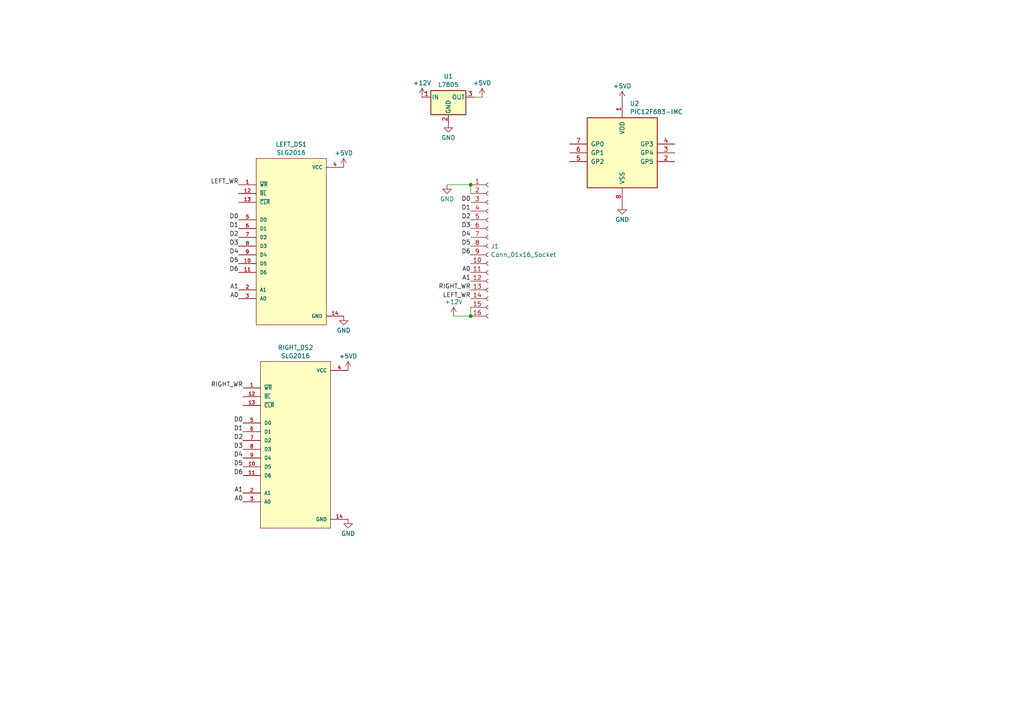
<source format=kicad_sch>
(kicad_sch (version 20230121) (generator eeschema)
  (paper "A4")
  (lib_symbols
    (symbol "Connector:Conn_01x16_Socket" (pin_names (offset 1.016) hide)
      (property "Reference" "J" (at 0 20.32 0))
      (property "Value" "Conn_01x16_Socket" (at 0 -22.86 0))
      (symbol "Conn_01x16_Socket_1_1"
        (arc (start 0 -19.812) (mid -0.5058 -20.32) (end 0 -20.828) (stroke (width 0.1524)))
        (arc (start 0 -17.272) (mid -0.5058 -17.78) (end 0 -18.288) (stroke (width 0.1524)))
        (arc (start 0 -14.732) (mid -0.5058 -15.24) (end 0 -15.748) (stroke (width 0.1524)))
        (arc (start 0 -12.192) (mid -0.5058 -12.7) (end 0 -13.208) (stroke (width 0.1524)))
        (arc (start 0 -9.652) (mid -0.5058 -10.16) (end 0 -10.668) (stroke (width 0.1524)))
        (arc (start 0 -7.112) (mid -0.5058 -7.62) (end 0 -8.128) (stroke (width 0.1524)))
        (arc (start 0 -4.572) (mid -0.5058 -5.08) (end 0 -5.588) (stroke (width 0.1524)))
        (arc (start 0 -2.032) (mid -0.5058 -2.54) (end 0 -3.048) (stroke (width 0.1524)))
        (polyline (pts (xy -1.27 -20.32) (xy -0.508 -20.32)) (stroke (width 0.1524)))
        (polyline (pts (xy -1.27 -17.78) (xy -0.508 -17.78)) (stroke (width 0.1524)))
        (polyline (pts (xy -1.27 -15.24) (xy -0.508 -15.24)) (stroke (width 0.1524)))
        (polyline (pts (xy -1.27 -12.7) (xy -0.508 -12.7)) (stroke (width 0.1524)))
        (polyline (pts (xy -1.27 -10.16) (xy -0.508 -10.16)) (stroke (width 0.1524)))
        (polyline (pts (xy -1.27 -7.62) (xy -0.508 -7.62)) (stroke (width 0.1524)))
        (polyline (pts (xy -1.27 -5.08) (xy -0.508 -5.08)) (stroke (width 0.1524)))
        (polyline (pts (xy -1.27 -2.54) (xy -0.508 -2.54)) (stroke (width 0.1524)))
        (polyline (pts (xy -1.27 0) (xy -0.508 0)) (stroke (width 0.1524)))
        (polyline (pts (xy -1.27 2.54) (xy -0.508 2.54)) (stroke (width 0.1524)))
        (polyline (pts (xy -1.27 5.08) (xy -0.508 5.08)) (stroke (width 0.1524)))
        (polyline (pts (xy -1.27 7.62) (xy -0.508 7.62)) (stroke (width 0.1524)))
        (polyline (pts (xy -1.27 10.16) (xy -0.508 10.16)) (stroke (width 0.1524)))
        (polyline (pts (xy -1.27 12.7) (xy -0.508 12.7)) (stroke (width 0.1524)))
        (polyline (pts (xy -1.27 15.24) (xy -0.508 15.24)) (stroke (width 0.1524)))
        (polyline (pts (xy -1.27 17.78) (xy -0.508 17.78)) (stroke (width 0.1524)))
        (arc (start 0 0.508) (mid -0.5058 0) (end 0 -0.508) (stroke (width 0.1524)))
        (arc (start 0 3.048) (mid -0.5058 2.54) (end 0 2.032) (stroke (width 0.1524)))
        (arc (start 0 5.588) (mid -0.5058 5.08) (end 0 4.572) (stroke (width 0.1524)))
        (arc (start 0 8.128) (mid -0.5058 7.62) (end 0 7.112) (stroke (width 0.1524)))
        (arc (start 0 10.668) (mid -0.5058 10.16) (end 0 9.652) (stroke (width 0.1524)))
        (arc (start 0 13.208) (mid -0.5058 12.7) (end 0 12.192) (stroke (width 0.1524)))
        (arc (start 0 15.748) (mid -0.5058 15.24) (end 0 14.732) (stroke (width 0.1524)))
        (arc (start 0 18.288) (mid -0.5058 17.78) (end 0 17.272) (stroke (width 0.1524)))
        (pin passive line (at -5.08 17.78 0) (length 3.81) (name "Pin_1") (number "1"))
        (pin passive line (at -5.08 -5.08 0) (length 3.81) (name "Pin_10") (number "10"))
        (pin passive line (at -5.08 -7.62 0) (length 3.81) (name "Pin_11") (number "11"))
        (pin passive line (at -5.08 -10.16 0) (length 3.81) (name "Pin_12") (number "12"))
        (pin passive line (at -5.08 -12.7 0) (length 3.81) (name "Pin_13") (number "13"))
        (pin passive line (at -5.08 -15.24 0) (length 3.81) (name "Pin_14") (number "14"))
        (pin passive line (at -5.08 -17.78 0) (length 3.81) (name "Pin_15") (number "15"))
        (pin passive line (at -5.08 -20.32 0) (length 3.81) (name "Pin_16") (number "16"))
        (pin passive line (at -5.08 15.24 0) (length 3.81) (name "Pin_2") (number "2"))
        (pin passive line (at -5.08 12.7 0) (length 3.81) (name "Pin_3") (number "3"))
        (pin passive line (at -5.08 10.16 0) (length 3.81) (name "Pin_4") (number "4"))
        (pin passive line (at -5.08 7.62 0) (length 3.81) (name "Pin_5") (number "5"))
        (pin passive line (at -5.08 5.08 0) (length 3.81) (name "Pin_6") (number "6"))
        (pin passive line (at -5.08 2.54 0) (length 3.81) (name "Pin_7") (number "7"))
        (pin passive line (at -5.08 0 0) (length 3.81) (name "Pin_8") (number "8"))
        (pin passive line (at -5.08 -2.54 0) (length 3.81) (name "Pin_9") (number "9"))
      )
    )
    (symbol "MCU_Microchip_PIC12:PIC12F683-IMC" (pin_names (offset 1.016))
      (property "Reference" "U" (at 1.27 13.97 0))
      (property "Value" "PIC12F683-IMC" (at 1.27 11.43 0))
      (symbol "PIC12F683-IMC_0_1"
        (rectangle (start 10.16 -10.16) (end -10.16 10.16) (stroke (width 0.254)) (fill (type background)))
      )
      (symbol "PIC12F683-IMC_1_1"
        (pin power_in line (at 0 15.24 270) (length 5.08) (name "VDD") (number "1"))
        (pin bidirectional line (at 15.24 -2.54 180) (length 5.08) (name "GP5") (number "2"))
        (pin bidirectional line (at 15.24 0 180) (length 5.08) (name "GP4") (number "3"))
        (pin input line (at 15.24 2.54 180) (length 5.08) (name "GP3") (number "4"))
        (pin bidirectional line (at -15.24 -2.54 0) (length 5.08) (name "GP2") (number "5"))
        (pin bidirectional line (at -15.24 0 0) (length 5.08) (name "GP1") (number "6"))
        (pin bidirectional line (at -15.24 2.54 0) (length 5.08) (name "GP0") (number "7"))
        (pin power_in line (at 0 -15.24 90) (length 5.08) (name "VSS") (number "8"))
      )
    )
    (symbol "Regulator_Linear:L7805" (pin_names (offset 0.254))
      (property "Reference" "U" (at -3.81 3.175 0))
      (property "Value" "L7805" (at 0 3.175 0))
      (symbol "L7805_0_1"
        (rectangle (start -5.08 1.905) (end 5.08 -5.08) (stroke (width 0.254)) (fill (type background)))
      )
      (symbol "L7805_1_1"
        (pin power_in line (at -7.62 0 0) (length 2.54) (name "IN") (number "1"))
        (pin power_in line (at 0 -7.62 90) (length 2.54) (name "GND") (number "2"))
        (pin power_out line (at 7.62 0 180) (length 2.54) (name "OUT") (number "3"))
      )
    )
    (symbol "SLG2016:SLG2016" (pin_names (offset 1.016))
      (property "Reference" "DS" (at -10.16 27.94 0))
      (property "Value" "SLG2016" (at -10.16 -27.94 0))
      (symbol "SLG2016_0_0"
        (rectangle (start -10.16 -22.86) (end 10.16 25.4) (stroke (width 0.1524)) (fill (type background)))
        (pin input line (at -15.24 17.78 0) (length 5.08) (name "~{WR}") (number "1"))
        (pin input line (at -15.24 -5.08 0) (length 5.08) (name "D5") (number "10"))
        (pin input line (at -15.24 -7.62 0) (length 5.08) (name "D6") (number "11"))
        (pin input line (at -15.24 15.24 0) (length 5.08) (name "~{BL}") (number "12"))
        (pin input line (at -15.24 12.7 0) (length 5.08) (name "~{CLR}") (number "13"))
        (pin power_in line (at 15.24 -20.32 180) (length 5.08) (name "GND") (number "14"))
        (pin input line (at -15.24 -12.7 0) (length 5.08) (name "A1") (number "2"))
        (pin input line (at -15.24 -15.24 0) (length 5.08) (name "A0") (number "3"))
        (pin power_in line (at 15.24 22.86 180) (length 5.08) (name "VCC") (number "4"))
        (pin input line (at -15.24 7.62 0) (length 5.08) (name "D0") (number "5"))
        (pin input line (at -15.24 5.08 0) (length 5.08) (name "D1") (number "6"))
        (pin input line (at -15.24 2.54 0) (length 5.08) (name "D2") (number "7"))
        (pin input line (at -15.24 0 0) (length 5.08) (name "D3") (number "8"))
        (pin input line (at -15.24 -2.54 0) (length 5.08) (name "D4") (number "9"))
      )
    )
    (symbol "power:+12V" (power) (pin_names (offset 0))
      (property "Value" "+12V" (at 0 3.556 0))
      (symbol "+12V_0_1"
        (polyline (pts (xy -0.762 1.27) (xy 0 2.54)))
        (polyline (pts (xy 0 0) (xy 0 2.54)))
        (polyline (pts (xy 0 2.54) (xy 0.762 1.27)))
      )
      (symbol "+12V_1_1"
        (pin power_in line (at 0 0 90) (length 0) hide (name "+12V") (number "1"))
      )
    )
    (symbol "power:+5VD" (power) (pin_names (offset 0))
      (property "Value" "+5VD" (at 0 3.556 0))
      (symbol "+5VD_0_1"
        (polyline (pts (xy -0.762 1.27) (xy 0 2.54)))
        (polyline (pts (xy 0 0) (xy 0 2.54)))
        (polyline (pts (xy 0 2.54) (xy 0.762 1.27)))
      )
      (symbol "+5VD_1_1"
        (pin power_in line (at 0 0 90) (length 0) hide (name "+5VD") (number "1"))
      )
    )
    (symbol "power:GND" (power) (pin_names (offset 0))
      (property "Value" "GND" (at 0 -3.81 0))
      (symbol "GND_0_1"
        (polyline (pts (xy 0 0) (xy 0 -1.27) (xy 1.27 -1.27) (xy 0 -2.54) (xy -1.27 -1.27) (xy 0 -1.27)))
      )
      (symbol "GND_1_1"
        (pin power_in line (at 0 0 270) (length 0) hide (name "GND") (number "1"))
      )
    )
  )
  (junction (at 136.525 91.694))
  (junction (at 136.525 53.594))
  (wire (pts (xy 136.525 53.594) (xy 136.525 56.134)))
  (wire (pts (xy 137.668 28.194) (xy 139.827 28.194)))
  (wire (pts (xy 136.525 89.154) (xy 136.525 91.694)))
  (wire (pts (xy 129.667 53.594) (xy 136.525 53.594)))
  (wire (pts (xy 131.572 91.694) (xy 136.525 91.694)))
  (label "LEFT_WR" (at 136.525 86.614 180))
  (label "A0" (at 70.485 145.542 180))
  (label "D2" (at 136.525 63.754 180))
  (label "D0" (at 69.215 63.754 180))
  (label "A1" (at 136.525 81.534 180))
  (label "D6" (at 69.215 78.994 180))
  (label "A1" (at 70.485 143.002 180))
  (label "RIGHT_WR" (at 70.485 112.522 180))
  (label "D3" (at 70.485 130.302 180))
  (label "D1" (at 69.215 66.294 180))
  (label "RIGHT_WR" (at 136.525 84.074 180))
  (label "D2" (at 70.485 127.762 180))
  (label "D1" (at 70.485 125.222 180))
  (label "D4" (at 136.525 68.834 180))
  (label "D0" (at 70.485 122.682 180))
  (label "D3" (at 136.525 66.294 180))
  (label "D2" (at 69.215 68.834 180))
  (label "D6" (at 136.525 73.914 180))
  (label "D1" (at 136.525 61.214 180))
  (label "D5" (at 70.485 135.382 180))
  (label "A1" (at 69.215 84.074 180))
  (label "A0" (at 69.215 86.614 180))
  (label "A0" (at 136.525 78.994 180))
  (label "D6" (at 70.485 137.922 180))
  (label "D4" (at 69.215 73.914 180))
  (label "LEFT_WR" (at 69.215 53.594 180))
  (label "D5" (at 69.215 76.454 180))
  (label "D3" (at 69.215 71.374 180))
  (label "D4" (at 70.485 132.842 180))
  (label "D0" (at 136.525 58.674 180))
  (label "D5" (at 136.525 71.374 180))
  (symbol (lib_id "Connector:Conn_01x16_Socket") (at 141.605 71.374 0) (unit 1)
    (property "Reference" "J1" (at 142.3162 71.4319 0) (effects (justify left)))
    (property "Value" "Conn_01x16_Socket" (at 142.3162 73.8561 0) (effects (justify left)))
  )
  (symbol (lib_id "SLG2016:SLG2016") (at 84.455 71.374 0) (unit 1)
    (property "Reference" "LEFT_DS1" (at 84.455 41.8805 0))
    (property "Value" "SLG2016" (at 84.455 44.3047 0))
    (property "Footprint" "SLG2016:LED_SLG2016" (effects hide))
    (property "Datasheet" "https://docs.rs-online.com/5f90/0900766b80028851.pdf" (effects hide))
    (property "MF" "OSRAM Opto" (effects hide))
    (property "MAXIMUM_PACKAGE_HEIGHT" "5.08mm" (effects hide))
    (property "Package" "None" (effects hide))
    (property "Price" "None" (effects hide))
    (property "Check_prices" "https://www.snapeda.com/parts/SLG2016/OSRAM+Opto+Semiconductors+Inc./view-part/?ref=eda" (effects hide))
    (property "STANDARD" "IPC-7351B" (effects hide))
    (property "SnapEDA_Link" "https://www.snapeda.com/parts/SLG2016/OSRAM+Opto+Semiconductors+Inc./view-part/?ref=snap" (effects hide))
    (property "MP" "SLG2016" (effects hide))
    (property "Description" "\nDot Matrix Display Module 5 x 7 - Green - 7-Bit ASCII 0.78 L x 0.40 W x 0.20 H (19.70mm x 10.20mm x 5.10mm)\n" (effects hide))
    (property "Availability" "In Stock" (effects hide))
    (property "MANUFACTURER" "Osram" (effects hide))
  )
  (symbol (lib_id "power:+5VD") (at 100.965 107.442 0) (unit 1)
    (property "Reference" "#PWR03" (effects hide))
    (property "Value" "+5VD" (at 100.965 103.3089 0))
  )
  (symbol (lib_id "power:+5VD") (at 180.467 29.083 0) (unit 1)
    (property "Reference" "#PWR010" (effects hide))
    (property "Value" "+5VD" (at 180.467 24.9499 0))
  )
  (symbol (lib_id "power:GND") (at 130.048 35.814 0) (unit 1)
    (property "Reference" "#PWR04" (effects hide))
    (property "Value" "GND" (at 130.048 39.9471 0))
  )
  (symbol (lib_id "MCU_Microchip_PIC12:PIC12F683-IMC") (at 180.467 44.323 0) (unit 1)
    (property "Reference" "U2" (at 182.6611 30.0187 0) (effects (justify left)))
    (property "Value" "PIC12F683-IMC" (at 182.6611 32.4429 0) (effects (justify left)))
    (property "Footprint" "Package_DIP:DIP-8_W7.62mm" (effects hide))
    (property "Datasheet" "http://ww1.microchip.com/downloads/en/DeviceDoc/41211D_.pdf" (effects hide))
  )
  (symbol (lib_id "Regulator_Linear:L7805") (at 130.048 28.194 0) (unit 1)
    (property "Reference" "U1" (at 130.048 22.1447 0))
    (property "Value" "L7805" (at 130.048 24.5689 0))
    (property "Datasheet" "http://www.st.com/content/ccc/resource/technical/document/datasheet/41/4f/b3/b0/12/d4/47/88/CD00000444.pdf/files/CD00000444.pdf/jcr:content/translations/en.CD00000444.pdf" (effects hide))
  )
  (symbol (lib_id "power:GND") (at 99.695 91.694 0) (unit 1)
    (property "Reference" "#PWR06" (effects hide))
    (property "Value" "GND" (at 99.695 95.8271 0))
  )
  (symbol (lib_id "power:GND") (at 100.965 150.622 0) (unit 1)
    (property "Reference" "#PWR07" (effects hide))
    (property "Value" "GND" (at 100.965 154.7551 0))
  )
  (symbol (lib_id "power:GND") (at 129.667 53.594 0) (unit 1)
    (property "Reference" "#PWR05" (effects hide))
    (property "Value" "GND" (at 129.667 57.7271 0))
  )
  (symbol (lib_id "power:+12V") (at 131.572 91.694 0) (unit 1)
    (property "Reference" "#PWR09" (effects hide))
    (property "Value" "+12V" (at 131.572 87.5609 0))
  )
  (symbol (lib_id "power:+12V") (at 122.428 28.194 0) (unit 1)
    (property "Reference" "#PWR08" (effects hide))
    (property "Value" "+12V" (at 122.428 24.0609 0))
  )
  (symbol (lib_id "SLG2016:SLG2016") (at 85.725 130.302 0) (unit 1)
    (property "Reference" "RIGHT_DS2" (at 85.725 100.8085 0))
    (property "Value" "SLG2016" (at 85.725 103.2327 0))
    (property "Footprint" "SLG2016:LED_SLG2016" (effects hide))
    (property "Datasheet" "https://docs.rs-online.com/5f90/0900766b80028851.pdf" (effects hide))
    (property "MF" "OSRAM Opto" (effects hide))
    (property "MAXIMUM_PACKAGE_HEIGHT" "5.08mm" (effects hide))
    (property "Package" "None" (effects hide))
    (property "Price" "None" (effects hide))
    (property "Check_prices" "https://www.snapeda.com/parts/SLG2016/OSRAM+Opto+Semiconductors+Inc./view-part/?ref=eda" (effects hide))
    (property "STANDARD" "IPC-7351B" (effects hide))
    (property "SnapEDA_Link" "https://www.snapeda.com/parts/SLG2016/OSRAM+Opto+Semiconductors+Inc./view-part/?ref=snap" (effects hide))
    (property "MP" "SLG2016" (effects hide))
    (property "Description" "\nDot Matrix Display Module 5 x 7 - Green - 7-Bit ASCII 0.78 L x 0.40 W x 0.20 H (19.70mm x 10.20mm x 5.10mm)\n" (effects hide))
    (property "Availability" "In Stock" (effects hide))
    (property "MANUFACTURER" "Osram" (effects hide))
  )
  (symbol (lib_id "power:+5VD") (at 139.827 28.194 0) (unit 1)
    (property "Reference" "#PWR01" (effects hide))
    (property "Value" "+5VD" (at 139.827 24.0609 0))
  )
  (symbol (lib_id "power:+5VD") (at 99.695 48.514 0) (unit 1)
    (property "Reference" "#PWR02" (effects hide))
    (property "Value" "+5VD" (at 99.695 44.3809 0))
  )
  (symbol (lib_id "power:GND") (at 180.467 59.563 0) (unit 1)
    (property "Reference" "#PWR011" (effects hide))
    (property "Value" "GND" (at 180.467 63.6961 0))
  )
)
</source>
